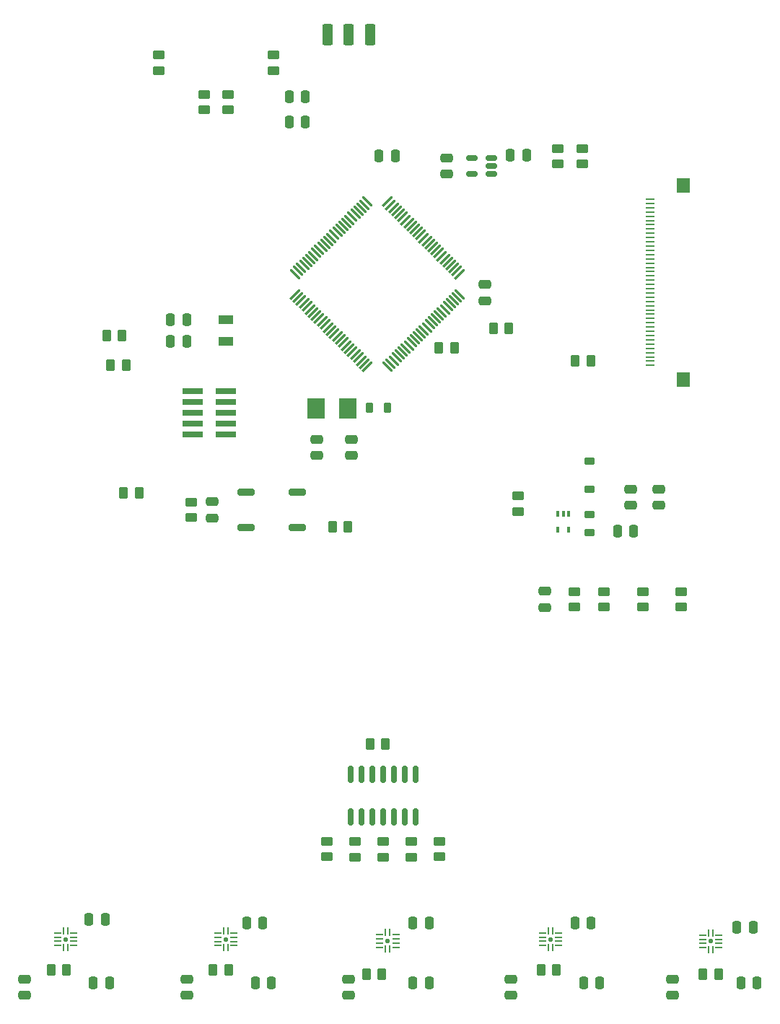
<source format=gbr>
G04 #@! TF.GenerationSoftware,KiCad,Pcbnew,8.0.2*
G04 #@! TF.CreationDate,2024-05-15T00:12:31-07:00*
G04 #@! TF.ProjectId,Flying_Fader,466c7969-6e67-45f4-9661-6465722e6b69,1*
G04 #@! TF.SameCoordinates,Original*
G04 #@! TF.FileFunction,Paste,Top*
G04 #@! TF.FilePolarity,Positive*
%FSLAX46Y46*%
G04 Gerber Fmt 4.6, Leading zero omitted, Abs format (unit mm)*
G04 Created by KiCad (PCBNEW 8.0.2) date 2024-05-15 00:12:31*
%MOMM*%
%LPD*%
G01*
G04 APERTURE LIST*
G04 Aperture macros list*
%AMRoundRect*
0 Rectangle with rounded corners*
0 $1 Rounding radius*
0 $2 $3 $4 $5 $6 $7 $8 $9 X,Y pos of 4 corners*
0 Add a 4 corners polygon primitive as box body*
4,1,4,$2,$3,$4,$5,$6,$7,$8,$9,$2,$3,0*
0 Add four circle primitives for the rounded corners*
1,1,$1+$1,$2,$3*
1,1,$1+$1,$4,$5*
1,1,$1+$1,$6,$7*
1,1,$1+$1,$8,$9*
0 Add four rect primitives between the rounded corners*
20,1,$1+$1,$2,$3,$4,$5,0*
20,1,$1+$1,$4,$5,$6,$7,0*
20,1,$1+$1,$6,$7,$8,$9,0*
20,1,$1+$1,$8,$9,$2,$3,0*%
G04 Aperture macros list end*
%ADD10RoundRect,0.250000X-0.475000X0.250000X-0.475000X-0.250000X0.475000X-0.250000X0.475000X0.250000X0*%
%ADD11RoundRect,0.250000X0.375000X1.000000X-0.375000X1.000000X-0.375000X-1.000000X0.375000X-1.000000X0*%
%ADD12RoundRect,0.250000X-0.250000X-0.475000X0.250000X-0.475000X0.250000X0.475000X-0.250000X0.475000X0*%
%ADD13RoundRect,0.218750X0.218750X0.381250X-0.218750X0.381250X-0.218750X-0.381250X0.218750X-0.381250X0*%
%ADD14RoundRect,0.250000X0.262500X0.450000X-0.262500X0.450000X-0.262500X-0.450000X0.262500X-0.450000X0*%
%ADD15RoundRect,0.150000X-0.150000X0.825000X-0.150000X-0.825000X0.150000X-0.825000X0.150000X0.825000X0*%
%ADD16RoundRect,0.250000X-0.450000X0.262500X-0.450000X-0.262500X0.450000X-0.262500X0.450000X0.262500X0*%
%ADD17RoundRect,0.250000X0.250000X0.475000X-0.250000X0.475000X-0.250000X-0.475000X0.250000X-0.475000X0*%
%ADD18RoundRect,0.200000X0.800000X-0.200000X0.800000X0.200000X-0.800000X0.200000X-0.800000X-0.200000X0*%
%ADD19RoundRect,0.250000X0.475000X-0.250000X0.475000X0.250000X-0.475000X0.250000X-0.475000X-0.250000X0*%
%ADD20RoundRect,0.062500X-0.062500X-0.350000X0.062500X-0.350000X0.062500X0.350000X-0.062500X0.350000X0*%
%ADD21RoundRect,0.062500X-0.350000X-0.062500X0.350000X-0.062500X0.350000X0.062500X-0.350000X0.062500X0*%
%ADD22RoundRect,0.140000X-0.140000X-0.140000X0.140000X-0.140000X0.140000X0.140000X-0.140000X0.140000X0*%
%ADD23RoundRect,0.225000X-0.375000X0.225000X-0.375000X-0.225000X0.375000X-0.225000X0.375000X0.225000X0*%
%ADD24RoundRect,0.250000X-0.262500X-0.450000X0.262500X-0.450000X0.262500X0.450000X-0.262500X0.450000X0*%
%ADD25R,2.400000X0.740000*%
%ADD26R,1.800000X1.000000*%
%ADD27RoundRect,0.150000X0.512500X0.150000X-0.512500X0.150000X-0.512500X-0.150000X0.512500X-0.150000X0*%
%ADD28RoundRect,0.250000X0.450000X-0.262500X0.450000X0.262500X-0.450000X0.262500X-0.450000X-0.262500X0*%
%ADD29RoundRect,0.075000X-0.459619X-0.565685X0.565685X0.459619X0.459619X0.565685X-0.565685X-0.459619X0*%
%ADD30RoundRect,0.075000X0.459619X-0.565685X0.565685X-0.459619X-0.459619X0.565685X-0.565685X0.459619X0*%
%ADD31R,1.100000X0.250000*%
%ADD32R,1.500000X1.700000*%
%ADD33RoundRect,0.218750X0.381250X-0.218750X0.381250X0.218750X-0.381250X0.218750X-0.381250X-0.218750X0*%
%ADD34R,2.000000X2.400000*%
%ADD35RoundRect,0.100000X-0.100000X0.225000X-0.100000X-0.225000X0.100000X-0.225000X0.100000X0.225000X0*%
G04 APERTURE END LIST*
D10*
X104500000Y-152950000D03*
X104500000Y-151050000D03*
D11*
X88000000Y-40250000D03*
X85500000Y-40250000D03*
X83000000Y-40250000D03*
D12*
X113950000Y-144500000D03*
X112050000Y-144500000D03*
D13*
X90062500Y-84000000D03*
X87937500Y-84000000D03*
D10*
X108500000Y-105550000D03*
X108500000Y-107450000D03*
X123500000Y-152950000D03*
X123500000Y-151050000D03*
D14*
X104290500Y-74676000D03*
X102465500Y-74676000D03*
D15*
X93384500Y-132008000D03*
X92114500Y-132008000D03*
X90844500Y-132008000D03*
X89574500Y-132008000D03*
X88304500Y-132008000D03*
X87034500Y-132008000D03*
X85764500Y-132008000D03*
X85764500Y-127058000D03*
X87034500Y-127058000D03*
X88304500Y-127058000D03*
X89574500Y-127058000D03*
X90844500Y-127058000D03*
X92114500Y-127058000D03*
X93384500Y-127058000D03*
D14*
X127087500Y-150500000D03*
X128912500Y-150500000D03*
D12*
X93050000Y-151500000D03*
X94950000Y-151500000D03*
D16*
X112000000Y-105587500D03*
X112000000Y-107412500D03*
X86272500Y-136757000D03*
X86272500Y-134932000D03*
D17*
X66482000Y-73660000D03*
X64582000Y-73660000D03*
D10*
X66500000Y-152950000D03*
X66500000Y-151050000D03*
D16*
X67000000Y-95087500D03*
X67000000Y-96912500D03*
D12*
X75450000Y-144500000D03*
X73550000Y-144500000D03*
X104460000Y-54356000D03*
X106360000Y-54356000D03*
D17*
X80450000Y-50500000D03*
X78550000Y-50500000D03*
D18*
X79500000Y-98100000D03*
X79500000Y-93900000D03*
D16*
X124500000Y-105587500D03*
X124500000Y-107412500D03*
D14*
X108087500Y-150000000D03*
X109912500Y-150000000D03*
D12*
X76450000Y-151500000D03*
X74550000Y-151500000D03*
D14*
X69587500Y-150000000D03*
X71412500Y-150000000D03*
D19*
X97028000Y-56576000D03*
X97028000Y-54676000D03*
D18*
X73500000Y-98100000D03*
X73500000Y-93900000D03*
D20*
X52040000Y-145403500D03*
X52540000Y-145403500D03*
D21*
X53252500Y-145616000D03*
X53252500Y-146116000D03*
X53252500Y-146616000D03*
X53252500Y-147116000D03*
D20*
X52540000Y-147328500D03*
X52040000Y-147328500D03*
D21*
X51327500Y-147116000D03*
X51327500Y-146616000D03*
X51327500Y-146116000D03*
X51327500Y-145616000D03*
D22*
X52290000Y-146366000D03*
D10*
X47500000Y-152950000D03*
X47500000Y-151050000D03*
D23*
X113792000Y-90298000D03*
X113792000Y-93598000D03*
D24*
X83587500Y-98000000D03*
X85412500Y-98000000D03*
D14*
X50587500Y-150000000D03*
X52412500Y-150000000D03*
D16*
X89574500Y-136757000D03*
X89574500Y-134932000D03*
X115500000Y-105587500D03*
X115500000Y-107412500D03*
D10*
X85500000Y-152950000D03*
X85500000Y-151050000D03*
D16*
X105410000Y-94337500D03*
X105410000Y-96162500D03*
D17*
X66482000Y-76200000D03*
X64582000Y-76200000D03*
D25*
X67220000Y-82042000D03*
X71120000Y-82042000D03*
X67220000Y-83312000D03*
X71120000Y-83312000D03*
X67220000Y-84582000D03*
X71120000Y-84582000D03*
X67220000Y-85852000D03*
X71120000Y-85852000D03*
X67220000Y-87122000D03*
X71120000Y-87122000D03*
D14*
X88000000Y-123500000D03*
X89825000Y-123500000D03*
D16*
X68580000Y-47244000D03*
X68580000Y-49069000D03*
D26*
X71120000Y-76180000D03*
X71120000Y-73680000D03*
D24*
X59087500Y-94000000D03*
X60912500Y-94000000D03*
D16*
X120000000Y-105587500D03*
X120000000Y-107412500D03*
D12*
X117050000Y-98500000D03*
X118950000Y-98500000D03*
D10*
X81788000Y-87696000D03*
X81788000Y-89596000D03*
D20*
X70836000Y-145411500D03*
X71336000Y-145411500D03*
D21*
X72048500Y-145624000D03*
X72048500Y-146124000D03*
X72048500Y-146624000D03*
X72048500Y-147124000D03*
D20*
X71336000Y-147336500D03*
X70836000Y-147336500D03*
D21*
X70123500Y-147124000D03*
X70123500Y-146624000D03*
X70123500Y-146124000D03*
X70123500Y-145624000D03*
D22*
X71086000Y-146374000D03*
D24*
X57587500Y-79000000D03*
X59412500Y-79000000D03*
D16*
X110000000Y-53587500D03*
X110000000Y-55412500D03*
D27*
X102229500Y-56576000D03*
X102229500Y-55626000D03*
X102229500Y-54676000D03*
X99954500Y-54676000D03*
X99954500Y-56576000D03*
D28*
X76708000Y-44450000D03*
X76708000Y-42625000D03*
D16*
X96178500Y-136710000D03*
X96178500Y-134885000D03*
D29*
X79230315Y-70684404D03*
X79583868Y-71037957D03*
X79937422Y-71391511D03*
X80290975Y-71745064D03*
X80644528Y-72098617D03*
X80998082Y-72452171D03*
X81351635Y-72805724D03*
X81705189Y-73159278D03*
X82058742Y-73512831D03*
X82412295Y-73866384D03*
X82765849Y-74219938D03*
X83119402Y-74573491D03*
X83472955Y-74927045D03*
X83826509Y-75280598D03*
X84180062Y-75634151D03*
X84533616Y-75987705D03*
X84887169Y-76341258D03*
X85240722Y-76694811D03*
X85594276Y-77048365D03*
X85947829Y-77401918D03*
X86301383Y-77755472D03*
X86654936Y-78109025D03*
X87008489Y-78462578D03*
X87362043Y-78816132D03*
X87715596Y-79169685D03*
D30*
X90084404Y-79169685D03*
X90437957Y-78816132D03*
X90791511Y-78462578D03*
X91145064Y-78109025D03*
X91498617Y-77755472D03*
X91852171Y-77401918D03*
X92205724Y-77048365D03*
X92559278Y-76694811D03*
X92912831Y-76341258D03*
X93266384Y-75987705D03*
X93619938Y-75634151D03*
X93973491Y-75280598D03*
X94327045Y-74927045D03*
X94680598Y-74573491D03*
X95034151Y-74219938D03*
X95387705Y-73866384D03*
X95741258Y-73512831D03*
X96094811Y-73159278D03*
X96448365Y-72805724D03*
X96801918Y-72452171D03*
X97155472Y-72098617D03*
X97509025Y-71745064D03*
X97862578Y-71391511D03*
X98216132Y-71037957D03*
X98569685Y-70684404D03*
D29*
X98569685Y-68315596D03*
X98216132Y-67962043D03*
X97862578Y-67608489D03*
X97509025Y-67254936D03*
X97155472Y-66901383D03*
X96801918Y-66547829D03*
X96448365Y-66194276D03*
X96094811Y-65840722D03*
X95741258Y-65487169D03*
X95387705Y-65133616D03*
X95034151Y-64780062D03*
X94680598Y-64426509D03*
X94327045Y-64072955D03*
X93973491Y-63719402D03*
X93619938Y-63365849D03*
X93266384Y-63012295D03*
X92912831Y-62658742D03*
X92559278Y-62305189D03*
X92205724Y-61951635D03*
X91852171Y-61598082D03*
X91498617Y-61244528D03*
X91145064Y-60890975D03*
X90791511Y-60537422D03*
X90437957Y-60183868D03*
X90084404Y-59830315D03*
D30*
X87715596Y-59830315D03*
X87362043Y-60183868D03*
X87008489Y-60537422D03*
X86654936Y-60890975D03*
X86301383Y-61244528D03*
X85947829Y-61598082D03*
X85594276Y-61951635D03*
X85240722Y-62305189D03*
X84887169Y-62658742D03*
X84533616Y-63012295D03*
X84180062Y-63365849D03*
X83826509Y-63719402D03*
X83472955Y-64072955D03*
X83119402Y-64426509D03*
X82765849Y-64780062D03*
X82412295Y-65133616D03*
X82058742Y-65487169D03*
X81705189Y-65840722D03*
X81351635Y-66194276D03*
X80998082Y-66547829D03*
X80644528Y-66901383D03*
X80290975Y-67254936D03*
X79937422Y-67608489D03*
X79583868Y-67962043D03*
X79230315Y-68315596D03*
D19*
X118618000Y-95438000D03*
X118618000Y-93538000D03*
D12*
X131550000Y-151500000D03*
X133450000Y-151500000D03*
D14*
X87587500Y-150500000D03*
X89412500Y-150500000D03*
X113912500Y-78500000D03*
X112087500Y-78500000D03*
D24*
X57087500Y-75500000D03*
X58912500Y-75500000D03*
D12*
X114950000Y-151500000D03*
X113050000Y-151500000D03*
D31*
X120886000Y-79040000D03*
X120886000Y-78540000D03*
X120886000Y-78040000D03*
X120886000Y-77540000D03*
X120886000Y-77040000D03*
X120886000Y-76540000D03*
X120886000Y-76040000D03*
X120886000Y-75540000D03*
X120886000Y-75040000D03*
X120886000Y-74540000D03*
X120886000Y-74040000D03*
X120886000Y-73540000D03*
X120886000Y-73040000D03*
X120886000Y-72540000D03*
X120886000Y-72040000D03*
X120886000Y-71540000D03*
X120886000Y-71040000D03*
X120886000Y-70540000D03*
X120886000Y-70040000D03*
X120886000Y-69540000D03*
X120886000Y-69040000D03*
X120886000Y-68540000D03*
X120886000Y-68040000D03*
X120886000Y-67540000D03*
X120886000Y-67040000D03*
X120886000Y-66540000D03*
X120886000Y-66040000D03*
X120886000Y-65540000D03*
X120886000Y-65040000D03*
X120886000Y-64540000D03*
X120886000Y-64040000D03*
X120886000Y-63540000D03*
X120886000Y-63040000D03*
X120886000Y-62540000D03*
X120886000Y-62040000D03*
X120886000Y-61540000D03*
X120886000Y-61040000D03*
X120886000Y-60540000D03*
X120886000Y-60040000D03*
X120886000Y-59540000D03*
D32*
X124786000Y-80690000D03*
X124786000Y-57890000D03*
D20*
X89836500Y-145600000D03*
X90336500Y-145600000D03*
D21*
X91049000Y-145812500D03*
X91049000Y-146312500D03*
X91049000Y-146812500D03*
X91049000Y-147312500D03*
D20*
X90336500Y-147525000D03*
X89836500Y-147525000D03*
D21*
X89124000Y-147312500D03*
X89124000Y-146812500D03*
X89124000Y-146312500D03*
X89124000Y-145812500D03*
D22*
X90086500Y-146562500D03*
D33*
X113792000Y-98645000D03*
X113792000Y-96520000D03*
D12*
X94950000Y-144500000D03*
X93050000Y-144500000D03*
D28*
X71374000Y-49069000D03*
X71374000Y-47244000D03*
D16*
X112950000Y-53587500D03*
X112950000Y-55412500D03*
D34*
X81716000Y-84074000D03*
X85416000Y-84074000D03*
D20*
X127732000Y-145653500D03*
X128232000Y-145653500D03*
D21*
X128944500Y-145866000D03*
X128944500Y-146366000D03*
X128944500Y-146866000D03*
X128944500Y-147366000D03*
D20*
X128232000Y-147578500D03*
X127732000Y-147578500D03*
D21*
X127019500Y-147366000D03*
X127019500Y-146866000D03*
X127019500Y-146366000D03*
X127019500Y-145866000D03*
D22*
X127982000Y-146616000D03*
D24*
X96087500Y-77000000D03*
X97912500Y-77000000D03*
D17*
X90950000Y-54500000D03*
X89050000Y-54500000D03*
X80450000Y-47500000D03*
X78550000Y-47500000D03*
D12*
X57450000Y-151500000D03*
X55550000Y-151500000D03*
D16*
X82970500Y-136710000D03*
X82970500Y-134885000D03*
D12*
X56950000Y-144000000D03*
X55050000Y-144000000D03*
D19*
X121920000Y-95438000D03*
X121920000Y-93538000D03*
D16*
X63246000Y-42625000D03*
X63246000Y-44450000D03*
D19*
X101500000Y-71450000D03*
X101500000Y-69550000D03*
D12*
X132950000Y-145000000D03*
X131050000Y-145000000D03*
D35*
X111328000Y-96444000D03*
X110678000Y-96444000D03*
X110028000Y-96444000D03*
X110028000Y-98344000D03*
X111328000Y-98344000D03*
D19*
X69500000Y-96950000D03*
X69500000Y-95050000D03*
D16*
X92876500Y-136757000D03*
X92876500Y-134932000D03*
D20*
X108936000Y-145403500D03*
X109436000Y-145403500D03*
D21*
X110148500Y-145616000D03*
X110148500Y-146116000D03*
X110148500Y-146616000D03*
X110148500Y-147116000D03*
D20*
X109436000Y-147328500D03*
X108936000Y-147328500D03*
D21*
X108223500Y-147116000D03*
X108223500Y-146616000D03*
X108223500Y-146116000D03*
X108223500Y-145616000D03*
D22*
X109186000Y-146366000D03*
D10*
X85852000Y-87696000D03*
X85852000Y-89596000D03*
M02*

</source>
